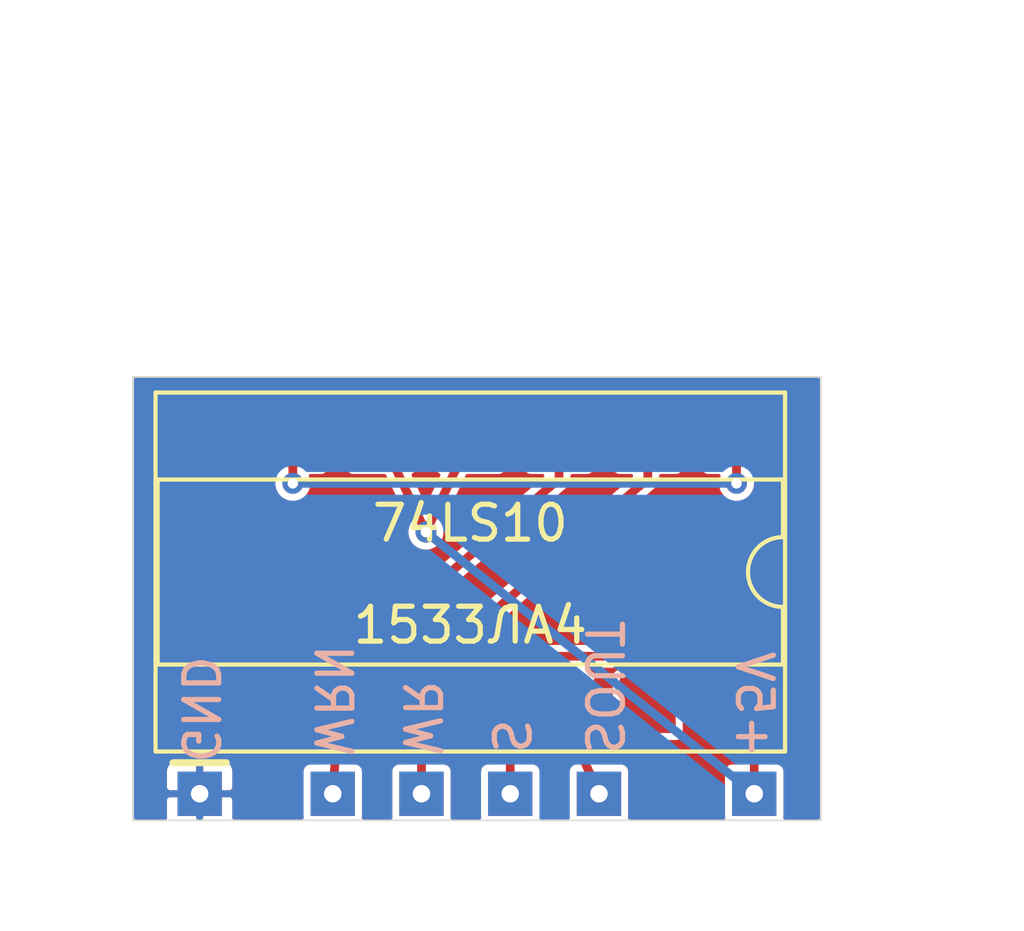
<source format=kicad_pcb>
(kicad_pcb (version 20171130) (host pcbnew 5.1.5+dfsg1-2build2)

  (general
    (thickness 0.8)
    (drawings 12)
    (tracks 26)
    (zones 0)
    (modules 2)
    (nets 9)
  )

  (page A4)
  (layers
    (0 F.Cu signal)
    (31 B.Cu signal)
    (32 B.Adhes user)
    (33 F.Adhes user)
    (34 B.Paste user)
    (35 F.Paste user)
    (36 B.SilkS user)
    (37 F.SilkS user)
    (38 B.Mask user)
    (39 F.Mask user)
    (40 Dwgs.User user)
    (41 Cmts.User user)
    (42 Eco1.User user)
    (43 Eco2.User user)
    (44 Edge.Cuts user)
    (45 Margin user)
    (46 B.CrtYd user)
    (47 F.CrtYd user)
    (48 B.Fab user)
    (49 F.Fab user)
  )

  (setup
    (last_trace_width 0.25)
    (user_trace_width 0.3)
    (user_trace_width 0.5)
    (trace_clearance 0.2)
    (zone_clearance 0)
    (zone_45_only no)
    (trace_min 0.2)
    (via_size 0.8)
    (via_drill 0.4)
    (via_min_size 0.4)
    (via_min_drill 0.3)
    (user_via 0.6 0.3)
    (uvia_size 0.3)
    (uvia_drill 0.1)
    (uvias_allowed no)
    (uvia_min_size 0.2)
    (uvia_min_drill 0.1)
    (edge_width 0.05)
    (segment_width 0.2)
    (pcb_text_width 0.3)
    (pcb_text_size 1.5 1.5)
    (mod_edge_width 0.12)
    (mod_text_size 1 1)
    (mod_text_width 0.15)
    (pad_size 1.7 3)
    (pad_drill 0.7)
    (pad_to_mask_clearance 0.051)
    (solder_mask_min_width 0.25)
    (aux_axis_origin 0 0)
    (grid_origin 107.95 120.65)
    (visible_elements FFFFF77F)
    (pcbplotparams
      (layerselection 0x010fc_ffffffff)
      (usegerberextensions true)
      (usegerberattributes false)
      (usegerberadvancedattributes false)
      (creategerberjobfile false)
      (excludeedgelayer true)
      (linewidth 0.100000)
      (plotframeref false)
      (viasonmask false)
      (mode 1)
      (useauxorigin false)
      (hpglpennumber 1)
      (hpglpenspeed 20)
      (hpglpendiameter 15.000000)
      (psnegative false)
      (psa4output false)
      (plotreference true)
      (plotvalue true)
      (plotinvisibletext false)
      (padsonsilk false)
      (subtractmaskfromsilk true)
      (outputformat 1)
      (mirror false)
      (drillshape 0)
      (scaleselection 1)
      (outputdirectory "gerber/"))
  )

  (net 0 "")
  (net 1 WRN)
  (net 2 WR)
  (net 3 S)
  (net 4 GND)
  (net 5 SOUT)
  (net 6 +5V)
  (net 7 "Net-(U1-Pad1)")
  (net 8 "Net-(U1-Pad8)")

  (net_class Default "This is the default net class."
    (clearance 0.2)
    (trace_width 0.25)
    (via_dia 0.8)
    (via_drill 0.4)
    (uvia_dia 0.3)
    (uvia_drill 0.1)
    (add_net +5V)
    (add_net GND)
    (add_net "Net-(U1-Pad1)")
    (add_net "Net-(U1-Pad8)")
    (add_net S)
    (add_net SOUT)
    (add_net WR)
    (add_net WRN)
  )

  (module Package_DIP:DIP-14_W7.62mm_SMDSocket_SmallPads (layer F.Cu) (tedit 5A02E8C5) (tstamp 63CA878C)
    (at 117.602 113.538 270)
    (descr "14-lead though-hole mounted DIP package, row spacing 7.62 mm (300 mils), SMDSocket, SmallPads")
    (tags "THT DIP DIL PDIP 2.54mm 7.62mm 300mil SMDSocket SmallPads")
    (path /63CA94E2)
    (attr smd)
    (fp_text reference U1 (at 0 -9.95 90) (layer F.SilkS) hide
      (effects (font (size 1 1) (thickness 0.15)))
    )
    (fp_text value 74LS10 (at -1.397 0 180) (layer F.SilkS)
      (effects (font (size 1 1) (thickness 0.15)))
    )
    (fp_text user %R (at 0 0 90) (layer F.Fab) hide
      (effects (font (size 1 1) (thickness 0.15)))
    )
    (fp_line (start 5.35 -9.2) (end -5.35 -9.2) (layer F.CrtYd) (width 0.05))
    (fp_line (start 5.35 9.2) (end 5.35 -9.2) (layer F.CrtYd) (width 0.05))
    (fp_line (start -5.35 9.2) (end 5.35 9.2) (layer F.CrtYd) (width 0.05))
    (fp_line (start -5.35 -9.2) (end -5.35 9.2) (layer F.CrtYd) (width 0.05))
    (fp_line (start 5.14 -9.01) (end -5.14 -9.01) (layer F.SilkS) (width 0.12))
    (fp_line (start 5.14 9.01) (end 5.14 -9.01) (layer F.SilkS) (width 0.12))
    (fp_line (start -5.14 9.01) (end 5.14 9.01) (layer F.SilkS) (width 0.12))
    (fp_line (start -5.14 -9.01) (end -5.14 9.01) (layer F.SilkS) (width 0.12))
    (fp_line (start 2.65 -8.95) (end 1 -8.95) (layer F.SilkS) (width 0.12))
    (fp_line (start 2.65 8.95) (end 2.65 -8.95) (layer F.SilkS) (width 0.12))
    (fp_line (start -2.65 8.95) (end 2.65 8.95) (layer F.SilkS) (width 0.12))
    (fp_line (start -2.65 -8.95) (end -2.65 8.95) (layer F.SilkS) (width 0.12))
    (fp_line (start -1 -8.95) (end -2.65 -8.95) (layer F.SilkS) (width 0.12))
    (fp_line (start 5.08 -8.95) (end -5.08 -8.95) (layer F.Fab) (width 0.1))
    (fp_line (start 5.08 8.95) (end 5.08 -8.95) (layer F.Fab) (width 0.1))
    (fp_line (start -5.08 8.95) (end 5.08 8.95) (layer F.Fab) (width 0.1))
    (fp_line (start -5.08 -8.95) (end -5.08 8.95) (layer F.Fab) (width 0.1))
    (fp_line (start -3.175 -7.89) (end -2.175 -8.89) (layer F.Fab) (width 0.1))
    (fp_line (start -3.175 8.89) (end -3.175 -7.89) (layer F.Fab) (width 0.1))
    (fp_line (start 3.175 8.89) (end -3.175 8.89) (layer F.Fab) (width 0.1))
    (fp_line (start 3.175 -8.89) (end 3.175 8.89) (layer F.Fab) (width 0.1))
    (fp_line (start -2.175 -8.89) (end 3.175 -8.89) (layer F.Fab) (width 0.1))
    (fp_arc (start 0 -8.95) (end -1 -8.95) (angle -180) (layer F.SilkS) (width 0.12))
    (fp_text user 1533ЛА4 (at 1.524 0) (layer F.SilkS)
      (effects (font (size 1 1) (thickness 0.15)))
    )
    (pad 14 smd rect (at 3.81 -7.62 270) (size 1.6 1.6) (layers F.Cu F.Paste F.Mask)
      (net 6 +5V))
    (pad 7 smd rect (at -3.81 7.62 270) (size 1.6 1.6) (layers F.Cu F.Paste F.Mask)
      (net 4 GND))
    (pad 13 smd rect (at 3.81 -5.08 270) (size 1.6 1.6) (layers F.Cu F.Paste F.Mask)
      (net 3 S))
    (pad 6 smd rect (at -3.81 5.08 270) (size 1.6 1.6) (layers F.Cu F.Paste F.Mask)
      (net 7 "Net-(U1-Pad1)"))
    (pad 12 smd rect (at 3.81 -2.54 270) (size 1.6 1.6) (layers F.Cu F.Paste F.Mask)
      (net 5 SOUT))
    (pad 5 smd rect (at -3.81 2.54 270) (size 1.6 1.6) (layers F.Cu F.Paste F.Mask)
      (net 6 +5V))
    (pad 11 smd rect (at 3.81 0 270) (size 1.6 1.6) (layers F.Cu F.Paste F.Mask)
      (net 4 GND))
    (pad 4 smd rect (at -3.81 0 270) (size 1.6 1.6) (layers F.Cu F.Paste F.Mask)
      (net 6 +5V))
    (pad 10 smd rect (at 3.81 2.54 270) (size 1.6 1.6) (layers F.Cu F.Paste F.Mask)
      (net 4 GND))
    (pad 3 smd rect (at -3.81 -2.54 270) (size 1.6 1.6) (layers F.Cu F.Paste F.Mask)
      (net 1 WRN))
    (pad 9 smd rect (at 3.81 5.08 270) (size 1.6 1.6) (layers F.Cu F.Paste F.Mask)
      (net 4 GND))
    (pad 2 smd rect (at -3.81 -5.08 270) (size 1.6 1.6) (layers F.Cu F.Paste F.Mask)
      (net 2 WR))
    (pad 8 smd rect (at 3.81 7.62 270) (size 1.6 1.6) (layers F.Cu F.Paste F.Mask)
      (net 8 "Net-(U1-Pad8)"))
    (pad 1 smd rect (at -3.81 -7.62 270) (size 1.6 1.6) (layers F.Cu F.Paste F.Mask)
      (net 7 "Net-(U1-Pad1)"))
    (model ${KISYS3DMOD}/Package_DIP.3dshapes/DIP-14_W7.62mm_SMDSocket.wrl
      (at (xyz 0 0 0))
      (scale (xyz 1 1 1))
      (rotate (xyz 0 0 0))
    )
  )

  (module plc88:wrs_im (layer F.Cu) (tedit 63942079) (tstamp 6380BF53)
    (at 115.57 117.348)
    (path /63807C34)
    (fp_text reference J1 (at 0 0.5) (layer F.SilkS) hide
      (effects (font (size 1 1) (thickness 0.15)))
    )
    (fp_text value wrs_i (at 0 -0.5) (layer F.Fab) hide
      (effects (font (size 1 1) (thickness 0.15)))
    )
    (fp_line (start -6.477 1.651) (end -4.953 1.651) (layer F.SilkS) (width 0.2))
    (fp_line (start -7.62 3.175) (end -7.62 1.905) (layer F.CrtYd) (width 0.12))
    (fp_line (start 12.065 3.175) (end -7.62 3.175) (layer F.CrtYd) (width 0.12))
    (fp_line (start 12.065 1.905) (end 12.065 3.175) (layer F.CrtYd) (width 0.12))
    (fp_line (start -7.62 1.905) (end 12.065 1.905) (layer F.CrtYd) (width 0.12))
    (pad 6 thru_hole rect (at 10.16 2.54) (size 1.27 1.27) (drill 0.5) (layers *.Cu *.Mask)
      (net 6 +5V))
    (pad 5 thru_hole rect (at 5.715 2.54) (size 1.27 1.27) (drill 0.5) (layers *.Cu *.Mask)
      (net 5 SOUT))
    (pad 4 thru_hole rect (at 3.175 2.54) (size 1.27 1.27) (drill 0.5) (layers *.Cu *.Mask)
      (net 3 S))
    (pad 3 thru_hole rect (at 0.635 2.54) (size 1.27 1.27) (drill 0.5) (layers *.Cu *.Mask)
      (net 2 WR))
    (pad 2 thru_hole rect (at -1.905 2.54) (size 1.27 1.27) (drill 0.5) (layers *.Cu *.Mask)
      (net 1 WRN))
    (pad 1 thru_hole rect (at -5.715 2.54) (size 1.27 1.27) (drill 0.5) (layers *.Cu *.Mask)
      (net 4 GND))
  )

  (gr_text +5V (at 125.73 117.348 270) (layer B.SilkS)
    (effects (font (size 1 1) (thickness 0.15)) (justify mirror))
  )
  (gr_text GND (at 109.855 117.475 270) (layer B.SilkS)
    (effects (font (size 1 1) (thickness 0.15)) (justify mirror))
  )
  (gr_text SOUT (at 121.412 116.84 270) (layer B.SilkS)
    (effects (font (size 1 1) (thickness 0.15)) (justify mirror))
  )
  (gr_text S (at 118.745 118.237 270) (layer B.SilkS)
    (effects (font (size 1 1) (thickness 0.15)) (justify mirror))
  )
  (gr_text WR (at 116.205 117.729 270) (layer B.SilkS)
    (effects (font (size 1 1) (thickness 0.15)) (justify mirror))
  )
  (gr_text WRN (at 113.665 117.221 270) (layer B.SilkS)
    (effects (font (size 1 1) (thickness 0.15)) (justify mirror))
  )
  (dimension 12.7 (width 0.15) (layer F.Fab)
    (gr_text "12,700 mm" (at 132.11 114.3 270) (layer F.Fab)
      (effects (font (size 1 1) (thickness 0.15)))
    )
    (feature1 (pts (xy 128.905 120.65) (xy 131.396421 120.65)))
    (feature2 (pts (xy 128.905 107.95) (xy 131.396421 107.95)))
    (crossbar (pts (xy 130.81 107.95) (xy 130.81 120.65)))
    (arrow1a (pts (xy 130.81 120.65) (xy 130.223579 119.523496)))
    (arrow1b (pts (xy 130.81 120.65) (xy 131.396421 119.523496)))
    (arrow2a (pts (xy 130.81 107.95) (xy 130.223579 109.076504)))
    (arrow2b (pts (xy 130.81 107.95) (xy 131.396421 109.076504)))
  )
  (dimension 19.685 (width 0.12) (layer F.Fab)
    (gr_text "19,685 mm" (at 117.7925 124.46) (layer F.Fab)
      (effects (font (size 1 1) (thickness 0.15)))
    )
    (feature1 (pts (xy 127.635 121.285) (xy 127.635 123.776421)))
    (feature2 (pts (xy 107.95 121.285) (xy 107.95 123.776421)))
    (crossbar (pts (xy 107.95 123.19) (xy 127.635 123.19)))
    (arrow1a (pts (xy 127.635 123.19) (xy 126.508496 123.776421)))
    (arrow1b (pts (xy 127.635 123.19) (xy 126.508496 122.603579)))
    (arrow2a (pts (xy 107.95 123.19) (xy 109.076504 123.776421)))
    (arrow2b (pts (xy 107.95 123.19) (xy 109.076504 122.603579)))
  )
  (gr_line (start 107.95 120.65) (end 107.95 107.95) (layer Edge.Cuts) (width 0.05) (tstamp 634CCE1D))
  (gr_line (start 127.635 120.65) (end 107.95 120.65) (layer Edge.Cuts) (width 0.05))
  (gr_line (start 127.635 107.95) (end 127.635 120.65) (layer Edge.Cuts) (width 0.05))
  (gr_line (start 107.95 107.95) (end 127.635 107.95) (layer Edge.Cuts) (width 0.05))

  (segment (start 113.665 119.888) (end 113.792 118.11) (width 0.25) (layer F.Cu) (net 1))
  (segment (start 113.792 118.11) (end 113.792 116.332) (width 0.25) (layer F.Cu) (net 1))
  (segment (start 113.792 116.332) (end 120.142 110.871) (width 0.25) (layer F.Cu) (net 1))
  (segment (start 120.142 110.871) (end 120.142 109.728) (width 0.25) (layer F.Cu) (net 1))
  (segment (start 122.682 110.871) (end 122.682 109.728) (width 0.25) (layer F.Cu) (net 2))
  (segment (start 116.332 116.332) (end 122.682 110.871) (width 0.25) (layer F.Cu) (net 2))
  (segment (start 116.332 118.364) (end 116.332 116.332) (width 0.25) (layer F.Cu) (net 2))
  (segment (start 116.205 118.999) (end 116.332 118.364) (width 0.25) (layer F.Cu) (net 2))
  (segment (start 116.205 119.888) (end 116.205 118.999) (width 0.25) (layer F.Cu) (net 2))
  (segment (start 118.745 119.888) (end 118.745 118.872) (width 0.25) (layer F.Cu) (net 3))
  (segment (start 118.745 118.872) (end 118.872 118.11) (width 0.25) (layer F.Cu) (net 3))
  (segment (start 118.872 118.11) (end 118.872 115.951) (width 0.25) (layer F.Cu) (net 3))
  (segment (start 118.872 115.951) (end 122.682 115.951) (width 0.25) (layer F.Cu) (net 3))
  (segment (start 122.682 115.951) (end 122.682 117.348) (width 0.25) (layer F.Cu) (net 3))
  (segment (start 120.142 117.348) (end 121.285 119.888) (width 0.25) (layer F.Cu) (net 5))
  (segment (start 125.73 119.888) (end 125.73 118.872) (width 0.25) (layer F.Cu) (net 6))
  (segment (start 125.73 118.872) (end 125.222 117.348) (width 0.25) (layer F.Cu) (net 6))
  (segment (start 125.73 119.888) (end 116.332 112.395) (width 0.25) (layer B.Cu) (net 6))
  (segment (start 115.062 109.728) (end 116.332 112.395) (width 0.25) (layer F.Cu) (net 6))
  (segment (start 116.332 112.395) (end 117.602 109.728) (width 0.25) (layer F.Cu) (net 6))
  (via (at 116.332 112.395) (size 0.6) (drill 0.3) (layers F.Cu B.Cu) (net 6))
  (segment (start 112.522 109.728) (end 112.522 110.998) (width 0.25) (layer F.Cu) (net 7))
  (via (at 112.522 110.998) (size 0.6) (drill 0.3) (layers F.Cu B.Cu) (net 7))
  (segment (start 112.522 110.998) (end 125.222 110.998) (width 0.25) (layer B.Cu) (net 7))
  (segment (start 125.222 110.998) (end 125.222 109.728) (width 0.25) (layer F.Cu) (net 7))
  (via (at 125.222 110.998) (size 0.6) (drill 0.3) (layers F.Cu B.Cu) (net 7))

  (zone (net 4) (net_name GND) (layer F.Cu) (tstamp 6357B345) (hatch edge 0.508)
    (connect_pads (clearance 0))
    (min_thickness 0.1)
    (fill yes (arc_segments 32) (thermal_gap 0.3) (thermal_bridge_width 0.2))
    (polygon
      (pts
        (xy 128.27 121.92) (xy 106.68 121.92) (xy 106.045 118.745) (xy 104.775 105.41) (xy 107.315 97.79)
        (xy 128.27 97.79)
      )
    )
    (filled_polygon
      (pts
        (xy 127.560001 120.575) (xy 126.610474 120.575) (xy 126.611382 120.572008) (xy 126.616209 120.523) (xy 126.616209 119.253)
        (xy 126.611382 119.203992) (xy 126.597087 119.156866) (xy 126.573873 119.113436) (xy 126.542632 119.075368) (xy 126.504564 119.044127)
        (xy 126.461134 119.020913) (xy 126.414008 119.006618) (xy 126.365 119.001791) (xy 126.105 119.001791) (xy 126.105 118.903782)
        (xy 126.105866 118.898711) (xy 126.105 118.866913) (xy 126.105 118.853581) (xy 126.104498 118.848485) (xy 126.103855 118.82487)
        (xy 126.100887 118.811817) (xy 126.099574 118.798487) (xy 126.092712 118.775867) (xy 126.09158 118.770888) (xy 126.087375 118.758274)
        (xy 126.078131 118.7278) (xy 126.075703 118.723258) (xy 125.967687 118.399209) (xy 126.022 118.399209) (xy 126.071008 118.394382)
        (xy 126.118134 118.380087) (xy 126.161564 118.356873) (xy 126.199632 118.325632) (xy 126.230873 118.287564) (xy 126.254087 118.244134)
        (xy 126.268382 118.197008) (xy 126.273209 118.148) (xy 126.273209 116.548) (xy 126.268382 116.498992) (xy 126.254087 116.451866)
        (xy 126.230873 116.408436) (xy 126.199632 116.370368) (xy 126.161564 116.339127) (xy 126.118134 116.315913) (xy 126.071008 116.301618)
        (xy 126.022 116.296791) (xy 124.422 116.296791) (xy 124.372992 116.301618) (xy 124.325866 116.315913) (xy 124.282436 116.339127)
        (xy 124.244368 116.370368) (xy 124.213127 116.408436) (xy 124.189913 116.451866) (xy 124.175618 116.498992) (xy 124.170791 116.548)
        (xy 124.170791 118.148) (xy 124.175618 118.197008) (xy 124.189913 118.244134) (xy 124.213127 118.287564) (xy 124.244368 118.325632)
        (xy 124.282436 118.356873) (xy 124.325866 118.380087) (xy 124.372992 118.394382) (xy 124.422 118.399209) (xy 125.177119 118.399209)
        (xy 125.355001 118.932858) (xy 125.355001 119.001791) (xy 125.095 119.001791) (xy 125.045992 119.006618) (xy 124.998866 119.020913)
        (xy 124.955436 119.044127) (xy 124.917368 119.075368) (xy 124.886127 119.113436) (xy 124.862913 119.156866) (xy 124.848618 119.203992)
        (xy 124.843791 119.253) (xy 124.843791 120.523) (xy 124.848618 120.572008) (xy 124.849526 120.575) (xy 122.165474 120.575)
        (xy 122.166382 120.572008) (xy 122.171209 120.523) (xy 122.171209 119.253) (xy 122.166382 119.203992) (xy 122.152087 119.156866)
        (xy 122.128873 119.113436) (xy 122.097632 119.075368) (xy 122.059564 119.044127) (xy 122.016134 119.020913) (xy 121.969008 119.006618)
        (xy 121.92 119.001791) (xy 121.297425 119.001791) (xy 121.020118 118.385552) (xy 121.038134 118.380087) (xy 121.081564 118.356873)
        (xy 121.119632 118.325632) (xy 121.150873 118.287564) (xy 121.174087 118.244134) (xy 121.188382 118.197008) (xy 121.193209 118.148)
        (xy 121.193209 116.548) (xy 121.188382 116.498992) (xy 121.174087 116.451866) (xy 121.150873 116.408436) (xy 121.119632 116.370368)
        (xy 121.081564 116.339127) (xy 121.057005 116.326) (xy 121.766995 116.326) (xy 121.742436 116.339127) (xy 121.704368 116.370368)
        (xy 121.673127 116.408436) (xy 121.649913 116.451866) (xy 121.635618 116.498992) (xy 121.630791 116.548) (xy 121.630791 118.148)
        (xy 121.635618 118.197008) (xy 121.649913 118.244134) (xy 121.673127 118.287564) (xy 121.704368 118.325632) (xy 121.742436 118.356873)
        (xy 121.785866 118.380087) (xy 121.832992 118.394382) (xy 121.882 118.399209) (xy 123.482 118.399209) (xy 123.531008 118.394382)
        (xy 123.578134 118.380087) (xy 123.621564 118.356873) (xy 123.659632 118.325632) (xy 123.690873 118.287564) (xy 123.714087 118.244134)
        (xy 123.728382 118.197008) (xy 123.733209 118.148) (xy 123.733209 116.548) (xy 123.728382 116.498992) (xy 123.714087 116.451866)
        (xy 123.690873 116.408436) (xy 123.659632 116.370368) (xy 123.621564 116.339127) (xy 123.578134 116.315913) (xy 123.531008 116.301618)
        (xy 123.482 116.296791) (xy 123.057 116.296791) (xy 123.057 115.969419) (xy 123.058814 115.951) (xy 123.051574 115.877487)
        (xy 123.030131 115.8068) (xy 122.995309 115.741653) (xy 122.948448 115.684552) (xy 122.891347 115.637691) (xy 122.8262 115.602869)
        (xy 122.755513 115.581426) (xy 122.700419 115.576) (xy 122.682 115.574186) (xy 122.663581 115.576) (xy 118.890419 115.576)
        (xy 118.872 115.574186) (xy 118.853581 115.576) (xy 118.798487 115.581426) (xy 118.7278 115.602869) (xy 118.662653 115.637691)
        (xy 118.605552 115.684552) (xy 118.558691 115.741653) (xy 118.523869 115.8068) (xy 118.502426 115.877487) (xy 118.495186 115.951)
        (xy 118.497001 115.969429) (xy 118.497001 116.211069) (xy 118.470612 116.203064) (xy 118.402 116.196306) (xy 117.7395 116.198)
        (xy 117.652 116.2855) (xy 117.652 117.298) (xy 117.672 117.298) (xy 117.672 117.398) (xy 117.652 117.398)
        (xy 117.652 118.4105) (xy 117.7395 118.498) (xy 118.402 118.499694) (xy 118.427294 118.497203) (xy 118.379096 118.786391)
        (xy 118.375427 118.798487) (xy 118.373039 118.822736) (xy 118.372075 118.828519) (xy 118.371232 118.841078) (xy 118.370001 118.853581)
        (xy 118.370001 118.859431) (xy 118.368369 118.883755) (xy 118.370001 118.896297) (xy 118.370001 119.001791) (xy 118.11 119.001791)
        (xy 118.060992 119.006618) (xy 118.013866 119.020913) (xy 117.970436 119.044127) (xy 117.932368 119.075368) (xy 117.901127 119.113436)
        (xy 117.877913 119.156866) (xy 117.863618 119.203992) (xy 117.858791 119.253) (xy 117.858791 120.523) (xy 117.863618 120.572008)
        (xy 117.864526 120.575) (xy 117.085474 120.575) (xy 117.086382 120.572008) (xy 117.091209 120.523) (xy 117.091209 119.253)
        (xy 117.086382 119.203992) (xy 117.072087 119.156866) (xy 117.048873 119.113436) (xy 117.017632 119.075368) (xy 116.979564 119.044127)
        (xy 116.936134 119.020913) (xy 116.889008 119.006618) (xy 116.84 119.001791) (xy 116.586868 119.001791) (xy 116.691198 118.480138)
        (xy 116.733388 118.492936) (xy 116.802 118.499694) (xy 117.4645 118.498) (xy 117.552 118.4105) (xy 117.552 117.398)
        (xy 117.532 117.398) (xy 117.532 117.298) (xy 117.552 117.298) (xy 117.552 116.2855) (xy 117.4645 116.198)
        (xy 117.064122 116.196976) (xy 122.923252 111.158125) (xy 122.948448 111.137448) (xy 122.96294 111.119789) (xy 122.978712 111.103273)
        (xy 122.986315 111.091307) (xy 122.995309 111.080347) (xy 123.006076 111.060203) (xy 123.018325 111.040924) (xy 123.023447 111.027705)
        (xy 123.030131 111.0152) (xy 123.036763 110.993337) (xy 123.045013 110.972045) (xy 123.047457 110.958085) (xy 123.051574 110.944513)
        (xy 123.053813 110.921776) (xy 123.057751 110.899283) (xy 123.057 110.866717) (xy 123.057 110.779209) (xy 123.482 110.779209)
        (xy 123.531008 110.774382) (xy 123.578134 110.760087) (xy 123.621564 110.736873) (xy 123.659632 110.705632) (xy 123.690873 110.667564)
        (xy 123.714087 110.624134) (xy 123.728382 110.577008) (xy 123.733209 110.528) (xy 123.733209 108.928) (xy 124.170791 108.928)
        (xy 124.170791 110.528) (xy 124.175618 110.577008) (xy 124.189913 110.624134) (xy 124.213127 110.667564) (xy 124.244368 110.705632)
        (xy 124.282436 110.736873) (xy 124.325866 110.760087) (xy 124.372992 110.774382) (xy 124.422 110.779209) (xy 124.717311 110.779209)
        (xy 124.693136 110.837571) (xy 124.672 110.94383) (xy 124.672 111.05217) (xy 124.693136 111.158429) (xy 124.734597 111.258523)
        (xy 124.794787 111.348604) (xy 124.871396 111.425213) (xy 124.961477 111.485403) (xy 125.061571 111.526864) (xy 125.16783 111.548)
        (xy 125.27617 111.548) (xy 125.382429 111.526864) (xy 125.482523 111.485403) (xy 125.572604 111.425213) (xy 125.649213 111.348604)
        (xy 125.709403 111.258523) (xy 125.750864 111.158429) (xy 125.772 111.05217) (xy 125.772 110.94383) (xy 125.750864 110.837571)
        (xy 125.726689 110.779209) (xy 126.022 110.779209) (xy 126.071008 110.774382) (xy 126.118134 110.760087) (xy 126.161564 110.736873)
        (xy 126.199632 110.705632) (xy 126.230873 110.667564) (xy 126.254087 110.624134) (xy 126.268382 110.577008) (xy 126.273209 110.528)
        (xy 126.273209 108.928) (xy 126.268382 108.878992) (xy 126.254087 108.831866) (xy 126.230873 108.788436) (xy 126.199632 108.750368)
        (xy 126.161564 108.719127) (xy 126.118134 108.695913) (xy 126.071008 108.681618) (xy 126.022 108.676791) (xy 124.422 108.676791)
        (xy 124.372992 108.681618) (xy 124.325866 108.695913) (xy 124.282436 108.719127) (xy 124.244368 108.750368) (xy 124.213127 108.788436)
        (xy 124.189913 108.831866) (xy 124.175618 108.878992) (xy 124.170791 108.928) (xy 123.733209 108.928) (xy 123.728382 108.878992)
        (xy 123.714087 108.831866) (xy 123.690873 108.788436) (xy 123.659632 108.750368) (xy 123.621564 108.719127) (xy 123.578134 108.695913)
        (xy 123.531008 108.681618) (xy 123.482 108.676791) (xy 121.882 108.676791) (xy 121.832992 108.681618) (xy 121.785866 108.695913)
        (xy 121.742436 108.719127) (xy 121.704368 108.750368) (xy 121.673127 108.788436) (xy 121.649913 108.831866) (xy 121.635618 108.878992)
        (xy 121.630791 108.928) (xy 121.630791 110.528) (xy 121.635618 110.577008) (xy 121.649913 110.624134) (xy 121.673127 110.667564)
        (xy 121.704368 110.705632) (xy 121.742436 110.736873) (xy 121.785866 110.760087) (xy 121.832992 110.774382) (xy 121.882 110.779209)
        (xy 122.213614 110.779209) (xy 116.090761 116.044864) (xy 116.065553 116.065552) (xy 116.051065 116.083206) (xy 116.035287 116.099728)
        (xy 116.027681 116.1117) (xy 116.018692 116.122653) (xy 116.007928 116.142791) (xy 115.995675 116.162077) (xy 115.990552 116.175298)
        (xy 115.98387 116.1878) (xy 115.977239 116.209659) (xy 115.974622 116.216414) (xy 115.930612 116.203064) (xy 115.862 116.196306)
        (xy 115.1995 116.198) (xy 115.112 116.2855) (xy 115.112 117.298) (xy 115.132 117.298) (xy 115.132 117.398)
        (xy 115.112 117.398) (xy 115.112 118.4105) (xy 115.1995 118.498) (xy 115.862 118.499694) (xy 115.92365 118.493622)
        (xy 115.840855 118.907594) (xy 115.835427 118.925487) (xy 115.831907 118.961229) (xy 115.828186 118.998607) (xy 115.828496 119.001791)
        (xy 115.57 119.001791) (xy 115.520992 119.006618) (xy 115.473866 119.020913) (xy 115.430436 119.044127) (xy 115.392368 119.075368)
        (xy 115.361127 119.113436) (xy 115.337913 119.156866) (xy 115.323618 119.203992) (xy 115.318791 119.253) (xy 115.318791 120.523)
        (xy 115.323618 120.572008) (xy 115.324526 120.575) (xy 114.545474 120.575) (xy 114.546382 120.572008) (xy 114.551209 120.523)
        (xy 114.551209 119.253) (xy 114.546382 119.203992) (xy 114.532087 119.156866) (xy 114.508873 119.113436) (xy 114.477632 119.075368)
        (xy 114.439564 119.044127) (xy 114.396134 119.020913) (xy 114.349008 119.006618) (xy 114.3 119.001791) (xy 114.104256 119.001791)
        (xy 114.141722 118.477264) (xy 114.193388 118.492936) (xy 114.262 118.499694) (xy 114.9245 118.498) (xy 115.012 118.4105)
        (xy 115.012 117.398) (xy 114.992 117.398) (xy 114.992 117.298) (xy 115.012 117.298) (xy 115.012 116.2855)
        (xy 114.9245 116.198) (xy 114.524122 116.196976) (xy 120.383252 111.158125) (xy 120.408448 111.137448) (xy 120.42294 111.119789)
        (xy 120.438712 111.103273) (xy 120.446315 111.091307) (xy 120.455309 111.080347) (xy 120.466076 111.060203) (xy 120.478325 111.040924)
        (xy 120.483447 111.027705) (xy 120.490131 111.0152) (xy 120.496763 110.993337) (xy 120.505013 110.972045) (xy 120.507457 110.958085)
        (xy 120.511574 110.944513) (xy 120.513813 110.921776) (xy 120.517751 110.899283) (xy 120.517 110.866717) (xy 120.517 110.779209)
        (xy 120.942 110.779209) (xy 120.991008 110.774382) (xy 121.038134 110.760087) (xy 121.081564 110.736873) (xy 121.119632 110.705632)
        (xy 121.150873 110.667564) (xy 121.174087 110.624134) (xy 121.188382 110.577008) (xy 121.193209 110.528) (xy 121.193209 108.928)
        (xy 121.188382 108.878992) (xy 121.174087 108.831866) (xy 121.150873 108.788436) (xy 121.119632 108.750368) (xy 121.081564 108.719127)
        (xy 121.038134 108.695913) (xy 120.991008 108.681618) (xy 120.942 108.676791) (xy 119.342 108.676791) (xy 119.292992 108.681618)
        (xy 119.245866 108.695913) (xy 119.202436 108.719127) (xy 119.164368 108.750368) (xy 119.133127 108.788436) (xy 119.109913 108.831866)
        (xy 119.095618 108.878992) (xy 119.090791 108.928) (xy 119.090791 110.528) (xy 119.095618 110.577008) (xy 119.109913 110.624134)
        (xy 119.133127 110.667564) (xy 119.164368 110.705632) (xy 119.202436 110.736873) (xy 119.245866 110.760087) (xy 119.292992 110.774382)
        (xy 119.342 110.779209) (xy 119.673614 110.779209) (xy 113.550761 116.044864) (xy 113.525553 116.065552) (xy 113.511065 116.083206)
        (xy 113.495287 116.099728) (xy 113.487681 116.1117) (xy 113.478692 116.122653) (xy 113.467928 116.142791) (xy 113.455675 116.162077)
        (xy 113.450552 116.175298) (xy 113.44387 116.1878) (xy 113.437239 116.209659) (xy 113.434622 116.216414) (xy 113.390612 116.203064)
        (xy 113.322 116.196306) (xy 112.6595 116.198) (xy 112.572 116.2855) (xy 112.572 117.298) (xy 112.592 117.298)
        (xy 112.592 117.398) (xy 112.572 117.398) (xy 112.572 118.4105) (xy 112.6595 118.498) (xy 113.322 118.499694)
        (xy 113.388679 118.493126) (xy 113.352346 119.001791) (xy 113.03 119.001791) (xy 112.980992 119.006618) (xy 112.933866 119.020913)
        (xy 112.890436 119.044127) (xy 112.852368 119.075368) (xy 112.821127 119.113436) (xy 112.797913 119.156866) (xy 112.783618 119.203992)
        (xy 112.778791 119.253) (xy 112.778791 120.523) (xy 112.783618 120.572008) (xy 112.784526 120.575) (xy 110.836572 120.575)
        (xy 110.841694 120.523) (xy 110.84 120.0255) (xy 110.7525 119.938) (xy 109.905 119.938) (xy 109.905 120.575)
        (xy 109.805 120.575) (xy 109.805 119.938) (xy 108.9575 119.938) (xy 108.87 120.0255) (xy 108.868306 120.523)
        (xy 108.873428 120.575) (xy 108.025 120.575) (xy 108.025 119.253) (xy 108.868306 119.253) (xy 108.87 119.7505)
        (xy 108.9575 119.838) (xy 109.805 119.838) (xy 109.805 118.9905) (xy 109.905 118.9905) (xy 109.905 119.838)
        (xy 110.7525 119.838) (xy 110.84 119.7505) (xy 110.841694 119.253) (xy 110.834936 119.184388) (xy 110.814923 119.118413)
        (xy 110.782423 119.057609) (xy 110.738685 119.004315) (xy 110.685391 118.960577) (xy 110.624587 118.928077) (xy 110.558612 118.908064)
        (xy 110.49 118.901306) (xy 109.9925 118.903) (xy 109.905 118.9905) (xy 109.805 118.9905) (xy 109.7175 118.903)
        (xy 109.22 118.901306) (xy 109.151388 118.908064) (xy 109.085413 118.928077) (xy 109.024609 118.960577) (xy 108.971315 119.004315)
        (xy 108.927577 119.057609) (xy 108.895077 119.118413) (xy 108.875064 119.184388) (xy 108.868306 119.253) (xy 108.025 119.253)
        (xy 108.025 116.548) (xy 108.930791 116.548) (xy 108.930791 118.148) (xy 108.935618 118.197008) (xy 108.949913 118.244134)
        (xy 108.973127 118.287564) (xy 109.004368 118.325632) (xy 109.042436 118.356873) (xy 109.085866 118.380087) (xy 109.132992 118.394382)
        (xy 109.182 118.399209) (xy 110.782 118.399209) (xy 110.831008 118.394382) (xy 110.878134 118.380087) (xy 110.921564 118.356873)
        (xy 110.959632 118.325632) (xy 110.990873 118.287564) (xy 111.014087 118.244134) (xy 111.028382 118.197008) (xy 111.033209 118.148)
        (xy 111.370306 118.148) (xy 111.377064 118.216612) (xy 111.397077 118.282587) (xy 111.429577 118.343391) (xy 111.473315 118.396685)
        (xy 111.526609 118.440423) (xy 111.587413 118.472923) (xy 111.653388 118.492936) (xy 111.722 118.499694) (xy 112.3845 118.498)
        (xy 112.472 118.4105) (xy 112.472 117.398) (xy 111.4595 117.398) (xy 111.372 117.4855) (xy 111.370306 118.148)
        (xy 111.033209 118.148) (xy 111.033209 116.548) (xy 111.370306 116.548) (xy 111.372 117.2105) (xy 111.4595 117.298)
        (xy 112.472 117.298) (xy 112.472 116.2855) (xy 112.3845 116.198) (xy 111.722 116.196306) (xy 111.653388 116.203064)
        (xy 111.587413 116.223077) (xy 111.526609 116.255577) (xy 111.473315 116.299315) (xy 111.429577 116.352609) (xy 111.397077 116.413413)
        (xy 111.377064 116.479388) (xy 111.370306 116.548) (xy 111.033209 116.548) (xy 111.028382 116.498992) (xy 111.014087 116.451866)
        (xy 110.990873 116.408436) (xy 110.959632 116.370368) (xy 110.921564 116.339127) (xy 110.878134 116.315913) (xy 110.831008 116.301618)
        (xy 110.782 116.296791) (xy 109.182 116.296791) (xy 109.132992 116.301618) (xy 109.085866 116.315913) (xy 109.042436 116.339127)
        (xy 109.004368 116.370368) (xy 108.973127 116.408436) (xy 108.949913 116.451866) (xy 108.935618 116.498992) (xy 108.930791 116.548)
        (xy 108.025 116.548) (xy 108.025 110.528) (xy 108.830306 110.528) (xy 108.837064 110.596612) (xy 108.857077 110.662587)
        (xy 108.889577 110.723391) (xy 108.933315 110.776685) (xy 108.986609 110.820423) (xy 109.047413 110.852923) (xy 109.113388 110.872936)
        (xy 109.182 110.879694) (xy 109.8445 110.878) (xy 109.932 110.7905) (xy 109.932 109.778) (xy 110.032 109.778)
        (xy 110.032 110.7905) (xy 110.1195 110.878) (xy 110.782 110.879694) (xy 110.850612 110.872936) (xy 110.916587 110.852923)
        (xy 110.977391 110.820423) (xy 111.030685 110.776685) (xy 111.074423 110.723391) (xy 111.106923 110.662587) (xy 111.126936 110.596612)
        (xy 111.133694 110.528) (xy 111.132 109.8655) (xy 111.0445 109.778) (xy 110.032 109.778) (xy 109.932 109.778)
        (xy 108.9195 109.778) (xy 108.832 109.8655) (xy 108.830306 110.528) (xy 108.025 110.528) (xy 108.025 108.928)
        (xy 108.830306 108.928) (xy 108.832 109.5905) (xy 108.9195 109.678) (xy 109.932 109.678) (xy 109.932 108.6655)
        (xy 110.032 108.6655) (xy 110.032 109.678) (xy 111.0445 109.678) (xy 111.132 109.5905) (xy 111.133694 108.928)
        (xy 111.470791 108.928) (xy 111.470791 110.528) (xy 111.475618 110.577008) (xy 111.489913 110.624134) (xy 111.513127 110.667564)
        (xy 111.544368 110.705632) (xy 111.582436 110.736873) (xy 111.625866 110.760087) (xy 111.672992 110.774382) (xy 111.722 110.779209)
        (xy 112.017311 110.779209) (xy 111.993136 110.837571) (xy 111.972 110.94383) (xy 111.972 111.05217) (xy 111.993136 111.158429)
        (xy 112.034597 111.258523) (xy 112.094787 111.348604) (xy 112.171396 111.425213) (xy 112.261477 111.485403) (xy 112.361571 111.526864)
        (xy 112.46783 111.548) (xy 112.57617 111.548) (xy 112.682429 111.526864) (xy 112.782523 111.485403) (xy 112.872604 111.425213)
        (xy 112.949213 111.348604) (xy 113.009403 111.258523) (xy 113.050864 111.158429) (xy 113.072 111.05217) (xy 113.072 110.94383)
        (xy 113.050864 110.837571) (xy 113.026689 110.779209) (xy 113.322 110.779209) (xy 113.371008 110.774382) (xy 113.418134 110.760087)
        (xy 113.461564 110.736873) (xy 113.499632 110.705632) (xy 113.530873 110.667564) (xy 113.554087 110.624134) (xy 113.568382 110.577008)
        (xy 113.573209 110.528) (xy 113.573209 108.928) (xy 114.010791 108.928) (xy 114.010791 110.528) (xy 114.015618 110.577008)
        (xy 114.029913 110.624134) (xy 114.053127 110.667564) (xy 114.084368 110.705632) (xy 114.122436 110.736873) (xy 114.165866 110.760087)
        (xy 114.212992 110.774382) (xy 114.262 110.779209) (xy 115.14723 110.779209) (xy 115.820405 112.19288) (xy 115.803136 112.234571)
        (xy 115.782 112.34083) (xy 115.782 112.44917) (xy 115.803136 112.555429) (xy 115.844597 112.655523) (xy 115.904787 112.745604)
        (xy 115.981396 112.822213) (xy 116.071477 112.882403) (xy 116.171571 112.923864) (xy 116.27783 112.945) (xy 116.38617 112.945)
        (xy 116.492429 112.923864) (xy 116.592523 112.882403) (xy 116.682604 112.822213) (xy 116.759213 112.745604) (xy 116.819403 112.655523)
        (xy 116.860864 112.555429) (xy 116.882 112.44917) (xy 116.882 112.34083) (xy 116.860864 112.234571) (xy 116.843594 112.192878)
        (xy 117.51677 110.779209) (xy 118.402 110.779209) (xy 118.451008 110.774382) (xy 118.498134 110.760087) (xy 118.541564 110.736873)
        (xy 118.579632 110.705632) (xy 118.610873 110.667564) (xy 118.634087 110.624134) (xy 118.648382 110.577008) (xy 118.653209 110.528)
        (xy 118.653209 108.928) (xy 118.648382 108.878992) (xy 118.634087 108.831866) (xy 118.610873 108.788436) (xy 118.579632 108.750368)
        (xy 118.541564 108.719127) (xy 118.498134 108.695913) (xy 118.451008 108.681618) (xy 118.402 108.676791) (xy 116.802 108.676791)
        (xy 116.752992 108.681618) (xy 116.705866 108.695913) (xy 116.662436 108.719127) (xy 116.624368 108.750368) (xy 116.593127 108.788436)
        (xy 116.569913 108.831866) (xy 116.555618 108.878992) (xy 116.550791 108.928) (xy 116.550791 110.528) (xy 116.555618 110.577008)
        (xy 116.569913 110.624134) (xy 116.593127 110.667564) (xy 116.624368 110.705632) (xy 116.662436 110.736873) (xy 116.697351 110.755536)
        (xy 116.332 111.522774) (xy 115.966648 110.755536) (xy 116.001564 110.736873) (xy 116.039632 110.705632) (xy 116.070873 110.667564)
        (xy 116.094087 110.624134) (xy 116.108382 110.577008) (xy 116.113209 110.528) (xy 116.113209 108.928) (xy 116.108382 108.878992)
        (xy 116.094087 108.831866) (xy 116.070873 108.788436) (xy 116.039632 108.750368) (xy 116.001564 108.719127) (xy 115.958134 108.695913)
        (xy 115.911008 108.681618) (xy 115.862 108.676791) (xy 114.262 108.676791) (xy 114.212992 108.681618) (xy 114.165866 108.695913)
        (xy 114.122436 108.719127) (xy 114.084368 108.750368) (xy 114.053127 108.788436) (xy 114.029913 108.831866) (xy 114.015618 108.878992)
        (xy 114.010791 108.928) (xy 113.573209 108.928) (xy 113.568382 108.878992) (xy 113.554087 108.831866) (xy 113.530873 108.788436)
        (xy 113.499632 108.750368) (xy 113.461564 108.719127) (xy 113.418134 108.695913) (xy 113.371008 108.681618) (xy 113.322 108.676791)
        (xy 111.722 108.676791) (xy 111.672992 108.681618) (xy 111.625866 108.695913) (xy 111.582436 108.719127) (xy 111.544368 108.750368)
        (xy 111.513127 108.788436) (xy 111.489913 108.831866) (xy 111.475618 108.878992) (xy 111.470791 108.928) (xy 111.133694 108.928)
        (xy 111.126936 108.859388) (xy 111.106923 108.793413) (xy 111.074423 108.732609) (xy 111.030685 108.679315) (xy 110.977391 108.635577)
        (xy 110.916587 108.603077) (xy 110.850612 108.583064) (xy 110.782 108.576306) (xy 110.1195 108.578) (xy 110.032 108.6655)
        (xy 109.932 108.6655) (xy 109.8445 108.578) (xy 109.182 108.576306) (xy 109.113388 108.583064) (xy 109.047413 108.603077)
        (xy 108.986609 108.635577) (xy 108.933315 108.679315) (xy 108.889577 108.732609) (xy 108.857077 108.793413) (xy 108.837064 108.859388)
        (xy 108.830306 108.928) (xy 108.025 108.928) (xy 108.025 108.025) (xy 127.56 108.025)
      )
    )
  )
  (zone (net 4) (net_name GND) (layer B.Cu) (tstamp 6357B342) (hatch edge 0.508)
    (connect_pads (clearance 0))
    (min_thickness 0.1)
    (fill yes (arc_segments 32) (thermal_gap 0.3) (thermal_bridge_width 0.2))
    (polygon
      (pts
        (xy 131.445 123.825) (xy 104.14 123.825) (xy 104.775 97.155) (xy 129.54 97.155)
      )
    )
    (filled_polygon
      (pts
        (xy 127.560001 120.575) (xy 126.610474 120.575) (xy 126.611382 120.572008) (xy 126.616209 120.523) (xy 126.616209 119.253)
        (xy 126.611382 119.203992) (xy 126.597087 119.156866) (xy 126.573873 119.113436) (xy 126.542632 119.075368) (xy 126.504564 119.044127)
        (xy 126.461134 119.020913) (xy 126.414008 119.006618) (xy 126.365 119.001791) (xy 125.220018 119.001791) (xy 116.882 112.353912)
        (xy 116.882 112.34083) (xy 116.860864 112.234571) (xy 116.819403 112.134477) (xy 116.759213 112.044396) (xy 116.682604 111.967787)
        (xy 116.592523 111.907597) (xy 116.492429 111.866136) (xy 116.38617 111.845) (xy 116.27783 111.845) (xy 116.171571 111.866136)
        (xy 116.071477 111.907597) (xy 115.981396 111.967787) (xy 115.904787 112.044396) (xy 115.844597 112.134477) (xy 115.803136 112.234571)
        (xy 115.782 112.34083) (xy 115.782 112.44917) (xy 115.803136 112.555429) (xy 115.844597 112.655523) (xy 115.904787 112.745604)
        (xy 115.981396 112.822213) (xy 116.071477 112.882403) (xy 116.171571 112.923864) (xy 116.27783 112.945) (xy 116.38617 112.945)
        (xy 116.413483 112.939567) (xy 124.843791 119.66103) (xy 124.843791 120.523) (xy 124.848618 120.572008) (xy 124.849526 120.575)
        (xy 122.165474 120.575) (xy 122.166382 120.572008) (xy 122.171209 120.523) (xy 122.171209 119.253) (xy 122.166382 119.203992)
        (xy 122.152087 119.156866) (xy 122.128873 119.113436) (xy 122.097632 119.075368) (xy 122.059564 119.044127) (xy 122.016134 119.020913)
        (xy 121.969008 119.006618) (xy 121.92 119.001791) (xy 120.65 119.001791) (xy 120.600992 119.006618) (xy 120.553866 119.020913)
        (xy 120.510436 119.044127) (xy 120.472368 119.075368) (xy 120.441127 119.113436) (xy 120.417913 119.156866) (xy 120.403618 119.203992)
        (xy 120.398791 119.253) (xy 120.398791 120.523) (xy 120.403618 120.572008) (xy 120.404526 120.575) (xy 119.625474 120.575)
        (xy 119.626382 120.572008) (xy 119.631209 120.523) (xy 119.631209 119.253) (xy 119.626382 119.203992) (xy 119.612087 119.156866)
        (xy 119.588873 119.113436) (xy 119.557632 119.075368) (xy 119.519564 119.044127) (xy 119.476134 119.020913) (xy 119.429008 119.006618)
        (xy 119.38 119.001791) (xy 118.11 119.001791) (xy 118.060992 119.006618) (xy 118.013866 119.020913) (xy 117.970436 119.044127)
        (xy 117.932368 119.075368) (xy 117.901127 119.113436) (xy 117.877913 119.156866) (xy 117.863618 119.203992) (xy 117.858791 119.253)
        (xy 117.858791 120.523) (xy 117.863618 120.572008) (xy 117.864526 120.575) (xy 117.085474 120.575) (xy 117.086382 120.572008)
        (xy 117.091209 120.523) (xy 117.091209 119.253) (xy 117.086382 119.203992) (xy 117.072087 119.156866) (xy 117.048873 119.113436)
        (xy 117.017632 119.075368) (xy 116.979564 119.044127) (xy 116.936134 119.020913) (xy 116.889008 119.006618) (xy 116.84 119.001791)
        (xy 115.57 119.001791) (xy 115.520992 119.006618) (xy 115.473866 119.020913) (xy 115.430436 119.044127) (xy 115.392368 119.075368)
        (xy 115.361127 119.113436) (xy 115.337913 119.156866) (xy 115.323618 119.203992) (xy 115.318791 119.253) (xy 115.318791 120.523)
        (xy 115.323618 120.572008) (xy 115.324526 120.575) (xy 114.545474 120.575) (xy 114.546382 120.572008) (xy 114.551209 120.523)
        (xy 114.551209 119.253) (xy 114.546382 119.203992) (xy 114.532087 119.156866) (xy 114.508873 119.113436) (xy 114.477632 119.075368)
        (xy 114.439564 119.044127) (xy 114.396134 119.020913) (xy 114.349008 119.006618) (xy 114.3 119.001791) (xy 113.03 119.001791)
        (xy 112.980992 119.006618) (xy 112.933866 119.020913) (xy 112.890436 119.044127) (xy 112.852368 119.075368) (xy 112.821127 119.113436)
        (xy 112.797913 119.156866) (xy 112.783618 119.203992) (xy 112.778791 119.253) (xy 112.778791 120.523) (xy 112.783618 120.572008)
        (xy 112.784526 120.575) (xy 110.836572 120.575) (xy 110.841694 120.523) (xy 110.84 120.0255) (xy 110.7525 119.938)
        (xy 109.905 119.938) (xy 109.905 120.575) (xy 109.805 120.575) (xy 109.805 119.938) (xy 108.9575 119.938)
        (xy 108.87 120.0255) (xy 108.868306 120.523) (xy 108.873428 120.575) (xy 108.025 120.575) (xy 108.025 119.253)
        (xy 108.868306 119.253) (xy 108.87 119.7505) (xy 108.9575 119.838) (xy 109.805 119.838) (xy 109.805 118.9905)
        (xy 109.905 118.9905) (xy 109.905 119.838) (xy 110.7525 119.838) (xy 110.84 119.7505) (xy 110.841694 119.253)
        (xy 110.834936 119.184388) (xy 110.814923 119.118413) (xy 110.782423 119.057609) (xy 110.738685 119.004315) (xy 110.685391 118.960577)
        (xy 110.624587 118.928077) (xy 110.558612 118.908064) (xy 110.49 118.901306) (xy 109.9925 118.903) (xy 109.905 118.9905)
        (xy 109.805 118.9905) (xy 109.7175 118.903) (xy 109.22 118.901306) (xy 109.151388 118.908064) (xy 109.085413 118.928077)
        (xy 109.024609 118.960577) (xy 108.971315 119.004315) (xy 108.927577 119.057609) (xy 108.895077 119.118413) (xy 108.875064 119.184388)
        (xy 108.868306 119.253) (xy 108.025 119.253) (xy 108.025 110.94383) (xy 111.972 110.94383) (xy 111.972 111.05217)
        (xy 111.993136 111.158429) (xy 112.034597 111.258523) (xy 112.094787 111.348604) (xy 112.171396 111.425213) (xy 112.261477 111.485403)
        (xy 112.361571 111.526864) (xy 112.46783 111.548) (xy 112.57617 111.548) (xy 112.682429 111.526864) (xy 112.782523 111.485403)
        (xy 112.872604 111.425213) (xy 112.924817 111.373) (xy 124.819183 111.373) (xy 124.871396 111.425213) (xy 124.961477 111.485403)
        (xy 125.061571 111.526864) (xy 125.16783 111.548) (xy 125.27617 111.548) (xy 125.382429 111.526864) (xy 125.482523 111.485403)
        (xy 125.572604 111.425213) (xy 125.649213 111.348604) (xy 125.709403 111.258523) (xy 125.750864 111.158429) (xy 125.772 111.05217)
        (xy 125.772 110.94383) (xy 125.750864 110.837571) (xy 125.709403 110.737477) (xy 125.649213 110.647396) (xy 125.572604 110.570787)
        (xy 125.482523 110.510597) (xy 125.382429 110.469136) (xy 125.27617 110.448) (xy 125.16783 110.448) (xy 125.061571 110.469136)
        (xy 124.961477 110.510597) (xy 124.871396 110.570787) (xy 124.819183 110.623) (xy 112.924817 110.623) (xy 112.872604 110.570787)
        (xy 112.782523 110.510597) (xy 112.682429 110.469136) (xy 112.57617 110.448) (xy 112.46783 110.448) (xy 112.361571 110.469136)
        (xy 112.261477 110.510597) (xy 112.171396 110.570787) (xy 112.094787 110.647396) (xy 112.034597 110.737477) (xy 111.993136 110.837571)
        (xy 111.972 110.94383) (xy 108.025 110.94383) (xy 108.025 108.025) (xy 127.56 108.025)
      )
    )
  )
)

</source>
